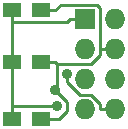
<source format=gbl>
G04 #@! TF.FileFunction,Copper,L2,Bot,Signal*
%FSLAX46Y46*%
G04 Gerber Fmt 4.6, Leading zero omitted, Abs format (unit mm)*
G04 Created by KiCad (PCBNEW 4.0.2-stable) date Lundi 30 mai 2016 15:25:38*
%MOMM*%
G01*
G04 APERTURE LIST*
%ADD10C,0.100000*%
%ADD11R,1.500000X1.250000*%
%ADD12R,1.727200X1.727200*%
%ADD13O,1.727200X1.727200*%
%ADD14C,0.889000*%
%ADD15C,0.254000*%
G04 APERTURE END LIST*
D10*
D11*
X55200000Y-35600000D03*
X57700000Y-35600000D03*
X55200000Y-40000000D03*
X57700000Y-40000000D03*
X55200000Y-44750000D03*
X57700000Y-44750000D03*
D12*
X61400000Y-36350000D03*
D13*
X63940000Y-36350000D03*
X61400000Y-38890000D03*
X63940000Y-38890000D03*
X61400000Y-41430000D03*
X63940000Y-41430000D03*
X61400000Y-43970000D03*
X63940000Y-43970000D03*
D14*
X59016700Y-43687400D03*
X58814200Y-42359300D03*
X59827400Y-40979800D03*
D15*
X59898800Y-36606300D02*
X55200000Y-36606300D01*
X60155100Y-36350000D02*
X59898800Y-36606300D01*
X61400000Y-36350000D02*
X60155100Y-36350000D01*
X55200000Y-35600000D02*
X55200000Y-36606300D01*
X55200000Y-40000000D02*
X55200000Y-36606300D01*
X55200000Y-43687400D02*
X59016700Y-43687400D01*
X55200000Y-44750000D02*
X55200000Y-43687400D01*
X55200000Y-43687400D02*
X55200000Y-40000000D01*
X63940000Y-38890000D02*
X62695100Y-38890000D01*
X57700000Y-40000000D02*
X58831300Y-40000000D01*
X58991300Y-40160000D02*
X58831300Y-40000000D01*
X57700000Y-35600000D02*
X58831300Y-35600000D01*
X62695100Y-38890000D02*
X62695000Y-38890000D01*
X59326300Y-35105000D02*
X58831300Y-35600000D01*
X62431900Y-35105000D02*
X59326300Y-35105000D01*
X62695000Y-35368100D02*
X62431900Y-35105000D01*
X62695000Y-38890000D02*
X62695000Y-35368100D01*
X59479400Y-40160000D02*
X58991300Y-40160000D01*
X59485400Y-40154000D02*
X59479400Y-40160000D01*
X60169500Y-40154000D02*
X59485400Y-40154000D01*
X60175500Y-40160000D02*
X60169500Y-40154000D01*
X61891900Y-40160000D02*
X60175500Y-40160000D01*
X62695000Y-39356900D02*
X61891900Y-40160000D01*
X62695000Y-38890000D02*
X62695000Y-39356900D01*
X58991300Y-42182200D02*
X58814200Y-42359300D01*
X58991300Y-40160000D02*
X58991300Y-42182200D01*
X59191300Y-44750000D02*
X57700000Y-44750000D01*
X59846300Y-44095000D02*
X59191300Y-44750000D01*
X59846300Y-43319200D02*
X59846300Y-44095000D01*
X58886400Y-42359300D02*
X59846300Y-43319200D01*
X58814200Y-42359300D02*
X58886400Y-42359300D01*
X63940000Y-43970000D02*
X62695100Y-43970000D01*
X59827400Y-41620100D02*
X59827400Y-40979800D01*
X60932400Y-42725100D02*
X59827400Y-41620100D01*
X61917100Y-42725100D02*
X60932400Y-42725100D01*
X62695100Y-43503100D02*
X61917100Y-42725100D01*
X62695100Y-43970000D02*
X62695100Y-43503100D01*
M02*

</source>
